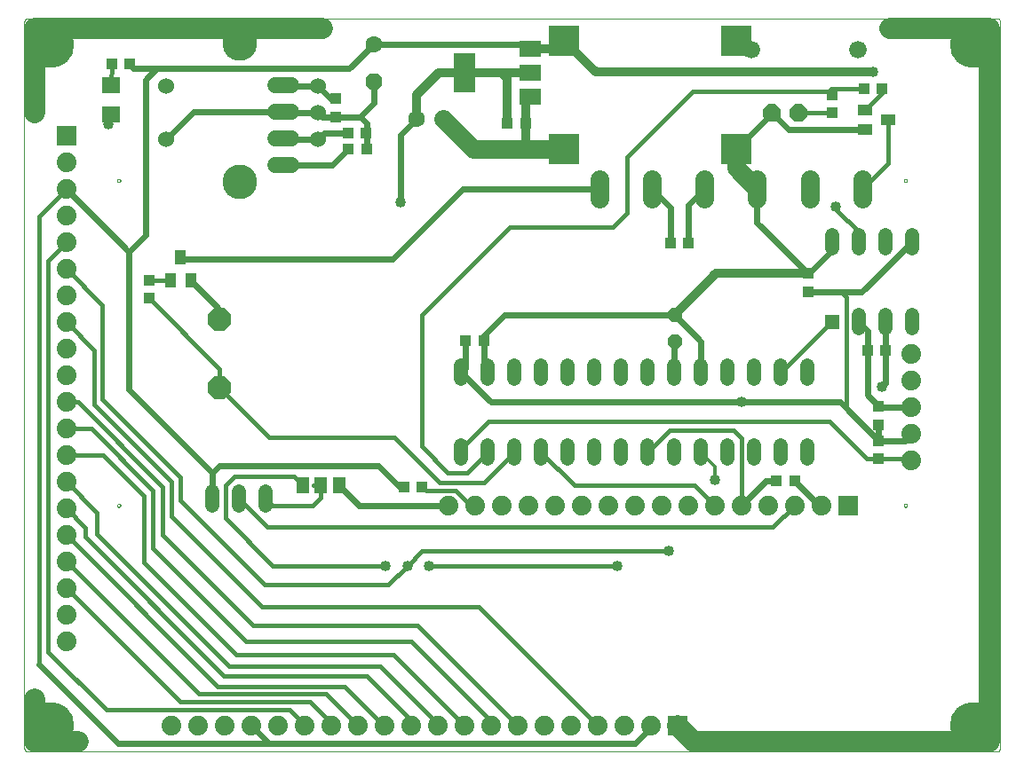
<source format=gtl>
G75*
%MOIN*%
%OFA0B0*%
%FSLAX25Y25*%
%IPPOS*%
%LPD*%
%AMOC8*
5,1,8,0,0,1.08239X$1,22.5*
%
%ADD10C,0.00000*%
%ADD11C,0.05200*%
%ADD12R,0.05118X0.05906*%
%ADD13R,0.05200X0.05200*%
%ADD14C,0.07087*%
%ADD15R,0.04252X0.04134*%
%ADD16R,0.04134X0.04252*%
%ADD17R,0.03937X0.04331*%
%ADD18C,0.07400*%
%ADD19R,0.04331X0.03937*%
%ADD20R,0.07874X0.05906*%
%ADD21R,0.07874X0.14961*%
%ADD22OC8,0.06300*%
%ADD23C,0.06300*%
%ADD24R,0.07098X0.06299*%
%ADD25C,0.06000*%
%ADD26OC8,0.08500*%
%ADD27R,0.05512X0.03937*%
%ADD28OC8,0.05200*%
%ADD29R,0.03937X0.05512*%
%ADD30R,0.11811X0.11811*%
%ADD31C,0.06600*%
%ADD32R,0.07400X0.07400*%
%ADD33C,0.06000*%
%ADD34C,0.13000*%
%ADD35OC8,0.06600*%
%ADD36C,0.02400*%
%ADD37C,0.01600*%
%ADD38C,0.04000*%
%ADD39C,0.03200*%
%ADD40C,0.07000*%
%ADD41C,0.17717*%
%ADD42C,0.07874*%
%ADD43C,0.03937*%
%ADD44C,0.01200*%
D10*
X0001000Y0002181D02*
X0001000Y0275409D01*
X0001002Y0275475D01*
X0001007Y0275541D01*
X0001017Y0275607D01*
X0001030Y0275672D01*
X0001046Y0275736D01*
X0001066Y0275799D01*
X0001090Y0275861D01*
X0001117Y0275921D01*
X0001147Y0275980D01*
X0001181Y0276037D01*
X0001218Y0276092D01*
X0001258Y0276145D01*
X0001300Y0276196D01*
X0001346Y0276244D01*
X0001394Y0276290D01*
X0001445Y0276332D01*
X0001498Y0276372D01*
X0001553Y0276409D01*
X0001610Y0276443D01*
X0001669Y0276473D01*
X0001729Y0276500D01*
X0001791Y0276524D01*
X0001854Y0276544D01*
X0001918Y0276560D01*
X0001983Y0276573D01*
X0002049Y0276583D01*
X0002115Y0276588D01*
X0002181Y0276590D01*
X0002181Y0276591D02*
X0365961Y0276591D01*
X0365961Y0276590D02*
X0366027Y0276588D01*
X0366093Y0276583D01*
X0366159Y0276573D01*
X0366224Y0276560D01*
X0366288Y0276544D01*
X0366351Y0276524D01*
X0366413Y0276500D01*
X0366473Y0276473D01*
X0366532Y0276443D01*
X0366589Y0276409D01*
X0366644Y0276372D01*
X0366697Y0276332D01*
X0366748Y0276290D01*
X0366796Y0276244D01*
X0366842Y0276196D01*
X0366884Y0276145D01*
X0366924Y0276092D01*
X0366961Y0276037D01*
X0366995Y0275980D01*
X0367025Y0275921D01*
X0367052Y0275861D01*
X0367076Y0275799D01*
X0367096Y0275736D01*
X0367112Y0275672D01*
X0367125Y0275607D01*
X0367135Y0275541D01*
X0367140Y0275475D01*
X0367142Y0275409D01*
X0367142Y0002181D01*
X0367140Y0002115D01*
X0367135Y0002049D01*
X0367125Y0001983D01*
X0367112Y0001918D01*
X0367096Y0001854D01*
X0367076Y0001791D01*
X0367052Y0001729D01*
X0367025Y0001669D01*
X0366995Y0001610D01*
X0366961Y0001553D01*
X0366924Y0001498D01*
X0366884Y0001445D01*
X0366842Y0001394D01*
X0366796Y0001346D01*
X0366748Y0001300D01*
X0366697Y0001258D01*
X0366644Y0001218D01*
X0366589Y0001181D01*
X0366532Y0001147D01*
X0366473Y0001117D01*
X0366413Y0001090D01*
X0366351Y0001066D01*
X0366288Y0001046D01*
X0366224Y0001030D01*
X0366159Y0001017D01*
X0366093Y0001007D01*
X0366027Y0001002D01*
X0365961Y0001000D01*
X0002181Y0001000D01*
X0002115Y0001002D01*
X0002049Y0001007D01*
X0001983Y0001017D01*
X0001918Y0001030D01*
X0001854Y0001046D01*
X0001791Y0001066D01*
X0001729Y0001090D01*
X0001669Y0001117D01*
X0001610Y0001147D01*
X0001553Y0001181D01*
X0001498Y0001218D01*
X0001445Y0001258D01*
X0001394Y0001300D01*
X0001346Y0001346D01*
X0001300Y0001394D01*
X0001258Y0001445D01*
X0001218Y0001498D01*
X0001181Y0001553D01*
X0001147Y0001610D01*
X0001117Y0001669D01*
X0001090Y0001729D01*
X0001066Y0001791D01*
X0001046Y0001854D01*
X0001030Y0001918D01*
X0001017Y0001983D01*
X0001007Y0002049D01*
X0001002Y0002115D01*
X0001000Y0002181D01*
X0035842Y0093520D02*
X0035844Y0093568D01*
X0035850Y0093616D01*
X0035860Y0093663D01*
X0035873Y0093709D01*
X0035891Y0093754D01*
X0035911Y0093798D01*
X0035936Y0093840D01*
X0035964Y0093879D01*
X0035994Y0093916D01*
X0036028Y0093950D01*
X0036065Y0093982D01*
X0036103Y0094011D01*
X0036144Y0094036D01*
X0036187Y0094058D01*
X0036232Y0094076D01*
X0036278Y0094090D01*
X0036325Y0094101D01*
X0036373Y0094108D01*
X0036421Y0094111D01*
X0036469Y0094110D01*
X0036517Y0094105D01*
X0036565Y0094096D01*
X0036611Y0094084D01*
X0036656Y0094067D01*
X0036700Y0094047D01*
X0036742Y0094024D01*
X0036782Y0093997D01*
X0036820Y0093967D01*
X0036855Y0093934D01*
X0036887Y0093898D01*
X0036917Y0093860D01*
X0036943Y0093819D01*
X0036965Y0093776D01*
X0036985Y0093732D01*
X0037000Y0093687D01*
X0037012Y0093640D01*
X0037020Y0093592D01*
X0037024Y0093544D01*
X0037024Y0093496D01*
X0037020Y0093448D01*
X0037012Y0093400D01*
X0037000Y0093353D01*
X0036985Y0093308D01*
X0036965Y0093264D01*
X0036943Y0093221D01*
X0036917Y0093180D01*
X0036887Y0093142D01*
X0036855Y0093106D01*
X0036820Y0093073D01*
X0036782Y0093043D01*
X0036742Y0093016D01*
X0036700Y0092993D01*
X0036656Y0092973D01*
X0036611Y0092956D01*
X0036565Y0092944D01*
X0036517Y0092935D01*
X0036469Y0092930D01*
X0036421Y0092929D01*
X0036373Y0092932D01*
X0036325Y0092939D01*
X0036278Y0092950D01*
X0036232Y0092964D01*
X0036187Y0092982D01*
X0036144Y0093004D01*
X0036103Y0093029D01*
X0036065Y0093058D01*
X0036028Y0093090D01*
X0035994Y0093124D01*
X0035964Y0093161D01*
X0035936Y0093200D01*
X0035911Y0093242D01*
X0035891Y0093286D01*
X0035873Y0093331D01*
X0035860Y0093377D01*
X0035850Y0093424D01*
X0035844Y0093472D01*
X0035842Y0093520D01*
X0035842Y0215567D02*
X0035844Y0215615D01*
X0035850Y0215663D01*
X0035860Y0215710D01*
X0035873Y0215756D01*
X0035891Y0215801D01*
X0035911Y0215845D01*
X0035936Y0215887D01*
X0035964Y0215926D01*
X0035994Y0215963D01*
X0036028Y0215997D01*
X0036065Y0216029D01*
X0036103Y0216058D01*
X0036144Y0216083D01*
X0036187Y0216105D01*
X0036232Y0216123D01*
X0036278Y0216137D01*
X0036325Y0216148D01*
X0036373Y0216155D01*
X0036421Y0216158D01*
X0036469Y0216157D01*
X0036517Y0216152D01*
X0036565Y0216143D01*
X0036611Y0216131D01*
X0036656Y0216114D01*
X0036700Y0216094D01*
X0036742Y0216071D01*
X0036782Y0216044D01*
X0036820Y0216014D01*
X0036855Y0215981D01*
X0036887Y0215945D01*
X0036917Y0215907D01*
X0036943Y0215866D01*
X0036965Y0215823D01*
X0036985Y0215779D01*
X0037000Y0215734D01*
X0037012Y0215687D01*
X0037020Y0215639D01*
X0037024Y0215591D01*
X0037024Y0215543D01*
X0037020Y0215495D01*
X0037012Y0215447D01*
X0037000Y0215400D01*
X0036985Y0215355D01*
X0036965Y0215311D01*
X0036943Y0215268D01*
X0036917Y0215227D01*
X0036887Y0215189D01*
X0036855Y0215153D01*
X0036820Y0215120D01*
X0036782Y0215090D01*
X0036742Y0215063D01*
X0036700Y0215040D01*
X0036656Y0215020D01*
X0036611Y0215003D01*
X0036565Y0214991D01*
X0036517Y0214982D01*
X0036469Y0214977D01*
X0036421Y0214976D01*
X0036373Y0214979D01*
X0036325Y0214986D01*
X0036278Y0214997D01*
X0036232Y0215011D01*
X0036187Y0215029D01*
X0036144Y0215051D01*
X0036103Y0215076D01*
X0036065Y0215105D01*
X0036028Y0215137D01*
X0035994Y0215171D01*
X0035964Y0215208D01*
X0035936Y0215247D01*
X0035911Y0215289D01*
X0035891Y0215333D01*
X0035873Y0215378D01*
X0035860Y0215424D01*
X0035850Y0215471D01*
X0035844Y0215519D01*
X0035842Y0215567D01*
X0331118Y0215567D02*
X0331120Y0215615D01*
X0331126Y0215663D01*
X0331136Y0215710D01*
X0331149Y0215756D01*
X0331167Y0215801D01*
X0331187Y0215845D01*
X0331212Y0215887D01*
X0331240Y0215926D01*
X0331270Y0215963D01*
X0331304Y0215997D01*
X0331341Y0216029D01*
X0331379Y0216058D01*
X0331420Y0216083D01*
X0331463Y0216105D01*
X0331508Y0216123D01*
X0331554Y0216137D01*
X0331601Y0216148D01*
X0331649Y0216155D01*
X0331697Y0216158D01*
X0331745Y0216157D01*
X0331793Y0216152D01*
X0331841Y0216143D01*
X0331887Y0216131D01*
X0331932Y0216114D01*
X0331976Y0216094D01*
X0332018Y0216071D01*
X0332058Y0216044D01*
X0332096Y0216014D01*
X0332131Y0215981D01*
X0332163Y0215945D01*
X0332193Y0215907D01*
X0332219Y0215866D01*
X0332241Y0215823D01*
X0332261Y0215779D01*
X0332276Y0215734D01*
X0332288Y0215687D01*
X0332296Y0215639D01*
X0332300Y0215591D01*
X0332300Y0215543D01*
X0332296Y0215495D01*
X0332288Y0215447D01*
X0332276Y0215400D01*
X0332261Y0215355D01*
X0332241Y0215311D01*
X0332219Y0215268D01*
X0332193Y0215227D01*
X0332163Y0215189D01*
X0332131Y0215153D01*
X0332096Y0215120D01*
X0332058Y0215090D01*
X0332018Y0215063D01*
X0331976Y0215040D01*
X0331932Y0215020D01*
X0331887Y0215003D01*
X0331841Y0214991D01*
X0331793Y0214982D01*
X0331745Y0214977D01*
X0331697Y0214976D01*
X0331649Y0214979D01*
X0331601Y0214986D01*
X0331554Y0214997D01*
X0331508Y0215011D01*
X0331463Y0215029D01*
X0331420Y0215051D01*
X0331379Y0215076D01*
X0331341Y0215105D01*
X0331304Y0215137D01*
X0331270Y0215171D01*
X0331240Y0215208D01*
X0331212Y0215247D01*
X0331187Y0215289D01*
X0331167Y0215333D01*
X0331149Y0215378D01*
X0331136Y0215424D01*
X0331126Y0215471D01*
X0331120Y0215519D01*
X0331118Y0215567D01*
X0331118Y0093520D02*
X0331120Y0093568D01*
X0331126Y0093616D01*
X0331136Y0093663D01*
X0331149Y0093709D01*
X0331167Y0093754D01*
X0331187Y0093798D01*
X0331212Y0093840D01*
X0331240Y0093879D01*
X0331270Y0093916D01*
X0331304Y0093950D01*
X0331341Y0093982D01*
X0331379Y0094011D01*
X0331420Y0094036D01*
X0331463Y0094058D01*
X0331508Y0094076D01*
X0331554Y0094090D01*
X0331601Y0094101D01*
X0331649Y0094108D01*
X0331697Y0094111D01*
X0331745Y0094110D01*
X0331793Y0094105D01*
X0331841Y0094096D01*
X0331887Y0094084D01*
X0331932Y0094067D01*
X0331976Y0094047D01*
X0332018Y0094024D01*
X0332058Y0093997D01*
X0332096Y0093967D01*
X0332131Y0093934D01*
X0332163Y0093898D01*
X0332193Y0093860D01*
X0332219Y0093819D01*
X0332241Y0093776D01*
X0332261Y0093732D01*
X0332276Y0093687D01*
X0332288Y0093640D01*
X0332296Y0093592D01*
X0332300Y0093544D01*
X0332300Y0093496D01*
X0332296Y0093448D01*
X0332288Y0093400D01*
X0332276Y0093353D01*
X0332261Y0093308D01*
X0332241Y0093264D01*
X0332219Y0093221D01*
X0332193Y0093180D01*
X0332163Y0093142D01*
X0332131Y0093106D01*
X0332096Y0093073D01*
X0332058Y0093043D01*
X0332018Y0093016D01*
X0331976Y0092993D01*
X0331932Y0092973D01*
X0331887Y0092956D01*
X0331841Y0092944D01*
X0331793Y0092935D01*
X0331745Y0092930D01*
X0331697Y0092929D01*
X0331649Y0092932D01*
X0331601Y0092939D01*
X0331554Y0092950D01*
X0331508Y0092964D01*
X0331463Y0092982D01*
X0331420Y0093004D01*
X0331379Y0093029D01*
X0331341Y0093058D01*
X0331304Y0093090D01*
X0331270Y0093124D01*
X0331240Y0093161D01*
X0331212Y0093200D01*
X0331187Y0093242D01*
X0331167Y0093286D01*
X0331149Y0093331D01*
X0331136Y0093377D01*
X0331126Y0093424D01*
X0331120Y0093472D01*
X0331118Y0093520D01*
D11*
X0294937Y0110959D02*
X0294937Y0116159D01*
X0284937Y0116159D02*
X0284937Y0110959D01*
X0274937Y0110959D02*
X0274937Y0116159D01*
X0264937Y0116159D02*
X0264937Y0110959D01*
X0254937Y0110959D02*
X0254937Y0116159D01*
X0244937Y0116159D02*
X0244937Y0110959D01*
X0234937Y0110959D02*
X0234937Y0116159D01*
X0224937Y0116159D02*
X0224937Y0110959D01*
X0214937Y0110959D02*
X0214937Y0116159D01*
X0204937Y0116159D02*
X0204937Y0110959D01*
X0194937Y0110959D02*
X0194937Y0116159D01*
X0184937Y0116159D02*
X0184937Y0110959D01*
X0174937Y0110959D02*
X0174937Y0116159D01*
X0164937Y0116159D02*
X0164937Y0110959D01*
X0164937Y0140959D02*
X0164937Y0146159D01*
X0174937Y0146159D02*
X0174937Y0140959D01*
X0184937Y0140959D02*
X0184937Y0146159D01*
X0194937Y0146159D02*
X0194937Y0140959D01*
X0204937Y0140959D02*
X0204937Y0146159D01*
X0214937Y0146159D02*
X0214937Y0140959D01*
X0224937Y0140959D02*
X0224937Y0146159D01*
X0234937Y0146159D02*
X0234937Y0140959D01*
X0244937Y0140959D02*
X0244937Y0146159D01*
X0254937Y0146159D02*
X0254937Y0140959D01*
X0264937Y0140959D02*
X0264937Y0146159D01*
X0274937Y0146159D02*
X0274937Y0140959D01*
X0284937Y0140959D02*
X0284937Y0146159D01*
X0294937Y0146159D02*
X0294937Y0140959D01*
X0314110Y0159975D02*
X0314110Y0165175D01*
X0324110Y0165175D02*
X0324110Y0159975D01*
X0334110Y0159975D02*
X0334110Y0165175D01*
X0334110Y0189975D02*
X0334110Y0195175D01*
X0324110Y0195175D02*
X0324110Y0189975D01*
X0314110Y0189975D02*
X0314110Y0195175D01*
X0304110Y0195175D02*
X0304110Y0189975D01*
X0091472Y0098718D02*
X0091472Y0093518D01*
X0081472Y0093518D02*
X0081472Y0098718D01*
X0071472Y0098718D02*
X0071472Y0093518D01*
D12*
X0105646Y0100961D03*
X0112339Y0100961D03*
X0119031Y0100961D03*
D13*
X0304110Y0162575D03*
D14*
X0295685Y0208874D02*
X0295685Y0215961D01*
X0315370Y0215961D02*
X0315370Y0208874D01*
X0276000Y0208874D02*
X0276000Y0215961D01*
X0256315Y0215961D02*
X0256315Y0208874D01*
X0236630Y0208874D02*
X0236630Y0215961D01*
X0216945Y0215961D02*
X0216945Y0208874D01*
D15*
X0295291Y0180626D03*
X0295291Y0173736D03*
X0321669Y0130823D03*
X0321669Y0123933D03*
X0117732Y0239484D03*
X0117732Y0246374D03*
D16*
X0122358Y0233480D03*
X0129248Y0233480D03*
X0129445Y0227575D03*
X0122555Y0227575D03*
X0182201Y0237220D03*
X0189091Y0237220D03*
X0173539Y0155331D03*
X0166650Y0155331D03*
X0283185Y0102772D03*
X0290075Y0102772D03*
X0317437Y0151787D03*
X0324327Y0151787D03*
D17*
X0250213Y0191945D03*
X0243520Y0191945D03*
X0316157Y0250016D03*
X0322850Y0250016D03*
X0150213Y0100606D03*
X0143520Y0100606D03*
X0040567Y0259465D03*
X0033874Y0259465D03*
D18*
X0016748Y0222339D03*
X0016748Y0212339D03*
X0016748Y0202339D03*
X0016748Y0192339D03*
X0016748Y0182339D03*
X0016748Y0172339D03*
X0016748Y0162339D03*
X0016748Y0152339D03*
X0016748Y0142339D03*
X0016748Y0132339D03*
X0016748Y0122339D03*
X0016748Y0112339D03*
X0016748Y0102339D03*
X0016748Y0092339D03*
X0016748Y0082339D03*
X0016748Y0072339D03*
X0016748Y0062339D03*
X0016748Y0052339D03*
X0016748Y0042339D03*
X0056118Y0010843D03*
X0066118Y0010843D03*
X0076118Y0010843D03*
X0086118Y0010843D03*
X0096118Y0010843D03*
X0106118Y0010843D03*
X0116118Y0010843D03*
X0126118Y0010843D03*
X0136118Y0010843D03*
X0146118Y0010843D03*
X0156118Y0010843D03*
X0166118Y0010843D03*
X0176118Y0010843D03*
X0186118Y0010843D03*
X0196118Y0010843D03*
X0206118Y0010843D03*
X0216118Y0010843D03*
X0226118Y0010843D03*
X0236118Y0010843D03*
X0240055Y0093520D03*
X0250055Y0093520D03*
X0260055Y0093520D03*
X0270055Y0093520D03*
X0280055Y0093520D03*
X0290055Y0093520D03*
X0300055Y0093520D03*
X0333874Y0110449D03*
X0333874Y0120449D03*
X0333874Y0130449D03*
X0333874Y0140449D03*
X0333874Y0150449D03*
X0230055Y0093520D03*
X0220055Y0093520D03*
X0210055Y0093520D03*
X0200055Y0093520D03*
X0190055Y0093520D03*
X0180055Y0093520D03*
X0170055Y0093520D03*
X0160055Y0093520D03*
D19*
X0047850Y0171276D03*
X0047850Y0177969D03*
X0304150Y0240961D03*
X0304150Y0247654D03*
X0321669Y0117929D03*
X0321669Y0111236D03*
D20*
X0190961Y0247063D03*
X0190961Y0256118D03*
X0190961Y0265173D03*
D21*
X0166157Y0256118D03*
D22*
X0158165Y0238795D03*
X0132102Y0252858D03*
D23*
X0132102Y0266858D03*
X0148165Y0238795D03*
D24*
X0033677Y0240283D03*
X0033677Y0251480D03*
D25*
X0095047Y0251433D02*
X0101047Y0251433D01*
X0101047Y0241433D02*
X0095047Y0241433D01*
X0095047Y0231433D02*
X0101047Y0231433D01*
X0101047Y0221433D02*
X0095047Y0221433D01*
D26*
X0074228Y0163406D03*
X0074228Y0137806D03*
D27*
X0316551Y0234661D03*
X0316551Y0242142D03*
X0325213Y0238402D03*
D28*
X0245094Y0165055D03*
X0245094Y0155055D03*
D29*
X0063402Y0177969D03*
X0055921Y0177969D03*
X0059661Y0186630D03*
D30*
X0203559Y0227575D03*
X0203559Y0268126D03*
X0268126Y0268126D03*
X0268126Y0227575D03*
D31*
X0273717Y0264780D03*
X0313717Y0264780D03*
D32*
X0310055Y0093520D03*
X0246118Y0010843D03*
X0016748Y0232339D03*
D33*
X0054209Y0231157D03*
X0054209Y0251157D03*
X0111209Y0251157D03*
X0111209Y0241157D03*
X0111209Y0231157D03*
D34*
X0081709Y0215157D03*
X0081709Y0267157D03*
D35*
X0281433Y0241157D03*
X0291433Y0241157D03*
D36*
X0287929Y0234661D02*
X0281433Y0241157D01*
X0281433Y0240882D02*
X0268126Y0227575D01*
X0276000Y0212417D02*
X0276000Y0199917D01*
X0295291Y0180626D01*
X0295291Y0180528D02*
X0304110Y0189346D01*
X0304110Y0192575D01*
X0307496Y0173736D02*
X0295291Y0173736D01*
X0307496Y0173736D02*
X0315272Y0173736D01*
X0334110Y0192575D01*
X0324031Y0162417D02*
X0324031Y0152083D01*
X0324327Y0151787D02*
X0324327Y0139484D01*
X0322850Y0138008D01*
X0317437Y0135055D02*
X0321669Y0130823D01*
X0322043Y0130449D02*
X0333874Y0130449D01*
X0333874Y0120449D02*
X0331354Y0117929D01*
X0321669Y0117929D01*
X0309465Y0130134D01*
X0307299Y0132299D01*
X0270291Y0132299D01*
X0176197Y0132299D01*
X0164937Y0143559D01*
X0166650Y0145272D01*
X0166650Y0155331D01*
X0173539Y0155331D02*
X0173539Y0155429D01*
X0173638Y0155528D01*
X0173638Y0144858D01*
X0174937Y0143559D01*
X0173638Y0155528D02*
X0173638Y0157496D01*
X0181118Y0164976D01*
X0245094Y0164976D01*
X0245094Y0165055D02*
X0254937Y0155213D01*
X0254937Y0143559D01*
X0244937Y0143559D02*
X0244937Y0154898D01*
X0245094Y0155055D01*
X0243520Y0191945D02*
X0243520Y0205528D01*
X0236630Y0212417D01*
X0250213Y0206315D02*
X0256315Y0212417D01*
X0250213Y0206315D02*
X0250213Y0191945D01*
X0216945Y0212417D02*
X0165370Y0212417D01*
X0139189Y0186236D01*
X0060055Y0186236D01*
X0063402Y0177969D02*
X0074228Y0167142D01*
X0074228Y0163406D01*
X0046472Y0195213D02*
X0040173Y0188913D01*
X0016748Y0212339D01*
X0040173Y0188913D02*
X0040173Y0137024D01*
X0071472Y0105724D01*
X0074228Y0108480D01*
X0133874Y0108480D01*
X0141748Y0100606D01*
X0143520Y0100606D01*
X0160055Y0093520D02*
X0126472Y0093520D01*
X0119031Y0100961D01*
X0071472Y0105724D02*
X0071472Y0096118D01*
X0006512Y0033874D02*
X0036236Y0004150D01*
X0092811Y0004150D01*
X0230134Y0004150D01*
X0236118Y0010134D01*
X0236118Y0010843D01*
X0270055Y0093520D02*
X0279307Y0102772D01*
X0283185Y0102772D01*
X0290075Y0102772D02*
X0299327Y0093520D01*
X0300055Y0093520D01*
X0321669Y0117929D02*
X0321669Y0123933D01*
X0317437Y0135055D02*
X0317437Y0151787D01*
X0317437Y0159248D01*
X0314110Y0162575D01*
X0316551Y0234661D02*
X0287929Y0234661D01*
X0189276Y0266858D02*
X0132102Y0266858D01*
X0122937Y0257693D01*
X0051394Y0257693D01*
X0050606Y0257693D02*
X0041945Y0257693D01*
X0040567Y0259465D01*
X0046472Y0253559D02*
X0050606Y0257693D01*
X0046472Y0253559D02*
X0046472Y0195213D01*
X0054209Y0231157D02*
X0064484Y0241433D01*
X0098047Y0241433D01*
X0098323Y0241157D02*
X0111209Y0241157D01*
X0112882Y0239484D01*
X0117732Y0239484D01*
X0126787Y0239484D01*
X0132102Y0244799D01*
X0132102Y0252858D01*
X0117732Y0246374D02*
X0115992Y0246374D01*
X0111209Y0251157D01*
X0098323Y0251157D01*
X0098047Y0251433D01*
X0113531Y0233480D02*
X0111209Y0231157D01*
X0098323Y0231157D01*
X0098047Y0231433D01*
X0098047Y0221433D02*
X0116413Y0221433D01*
X0122555Y0227575D01*
X0129445Y0227575D02*
X0129445Y0233283D01*
X0129346Y0233579D02*
X0129346Y0237220D01*
X0127083Y0239484D01*
X0122358Y0233480D02*
X0113531Y0233480D01*
X0142142Y0232772D02*
X0142142Y0207496D01*
X0142142Y0232772D02*
X0148165Y0238795D01*
X0086118Y0010843D02*
X0092811Y0004150D01*
D37*
X0100409Y0016748D02*
X0106118Y0011039D01*
X0106118Y0010843D01*
X0100409Y0016748D02*
X0031709Y0016748D01*
X0009858Y0038598D01*
X0009858Y0185449D01*
X0016748Y0192339D01*
X0006512Y0202102D02*
X0006512Y0033874D01*
X0016748Y0062339D02*
X0059386Y0019701D01*
X0108087Y0019701D01*
X0116118Y0011669D01*
X0116118Y0010843D01*
X0126118Y0010843D02*
X0114307Y0022654D01*
X0066433Y0022654D01*
X0016748Y0072339D01*
X0016748Y0082339D02*
X0073677Y0025409D01*
X0121276Y0025409D01*
X0135843Y0010843D01*
X0136118Y0010843D01*
X0146118Y0010843D02*
X0146118Y0012772D01*
X0129346Y0029543D01*
X0076000Y0029543D01*
X0023835Y0081709D01*
X0023835Y0085252D01*
X0016748Y0092339D01*
X0016748Y0102339D02*
X0028165Y0090921D01*
X0028165Y0082890D01*
X0077969Y0033087D01*
X0134465Y0033087D01*
X0156118Y0011433D01*
X0156118Y0010843D01*
X0166118Y0010843D02*
X0139543Y0037417D01*
X0080528Y0037417D01*
X0045882Y0072063D01*
X0045882Y0097063D01*
X0030606Y0112339D01*
X0016748Y0112339D01*
X0016748Y0122339D02*
X0026118Y0122339D01*
X0049228Y0099228D01*
X0049228Y0077575D01*
X0084268Y0042535D01*
X0146079Y0042535D01*
X0176118Y0012496D01*
X0176118Y0010843D01*
X0186118Y0010843D02*
X0148520Y0048441D01*
X0086827Y0048441D01*
X0052772Y0082496D01*
X0052772Y0100606D01*
X0021039Y0132339D01*
X0016748Y0132339D01*
X0027181Y0131512D02*
X0027181Y0151906D01*
X0016748Y0162339D01*
X0030331Y0168756D02*
X0030331Y0133283D01*
X0059465Y0104150D01*
X0059465Y0095488D01*
X0091157Y0063795D01*
X0137614Y0063795D01*
X0144701Y0070882D01*
X0150213Y0076394D01*
X0242929Y0076394D01*
X0223638Y0070882D02*
X0152969Y0070882D01*
X0136433Y0070882D02*
X0094307Y0070882D01*
X0076394Y0088795D01*
X0076394Y0101197D01*
X0079740Y0104543D01*
X0102063Y0104543D01*
X0105646Y0100961D01*
X0109465Y0101000D02*
X0112417Y0101000D01*
X0112339Y0100961D01*
X0111984Y0100961D01*
X0112417Y0101000D02*
X0112339Y0096591D01*
X0109268Y0093520D01*
X0094071Y0093520D01*
X0091472Y0096118D01*
X0081472Y0096118D02*
X0092142Y0085449D01*
X0281984Y0085449D01*
X0290055Y0093520D01*
X0270055Y0093520D02*
X0270055Y0118756D01*
X0267142Y0121669D01*
X0243047Y0121669D01*
X0234937Y0113559D01*
X0252575Y0101000D02*
X0207496Y0101000D01*
X0194937Y0113559D01*
X0184937Y0113559D02*
X0173559Y0102181D01*
X0156906Y0102181D01*
X0139976Y0119110D01*
X0092924Y0119110D01*
X0074228Y0137806D01*
X0074228Y0144898D01*
X0047850Y0171276D01*
X0047850Y0177969D02*
X0055921Y0177969D01*
X0060055Y0186236D02*
X0059661Y0186630D01*
X0030331Y0168756D02*
X0016748Y0182339D01*
X0006512Y0202102D02*
X0016748Y0212339D01*
X0032496Y0236630D02*
X0032496Y0239189D01*
X0033677Y0240283D01*
X0033677Y0251480D02*
X0033874Y0259465D01*
X0050606Y0257693D02*
X0051394Y0257693D01*
X0098047Y0241433D02*
X0098323Y0241157D01*
X0126787Y0239484D02*
X0127083Y0239484D01*
X0129346Y0233579D02*
X0129248Y0233480D01*
X0129445Y0233283D01*
X0165488Y0256118D02*
X0166157Y0256118D01*
X0189091Y0245193D02*
X0190961Y0247063D01*
X0190961Y0265173D02*
X0189276Y0266858D01*
X0200606Y0265173D02*
X0203559Y0268126D01*
X0203362Y0268323D01*
X0227181Y0224425D02*
X0251984Y0249228D01*
X0302575Y0249228D01*
X0302772Y0249031D01*
X0303756Y0250016D01*
X0316157Y0250016D01*
X0322850Y0250016D02*
X0322850Y0248441D01*
X0316551Y0242142D01*
X0316551Y0234661D02*
X0298244Y0234661D01*
X0292929Y0241157D02*
X0303953Y0241157D01*
X0304150Y0240961D01*
X0304150Y0247654D02*
X0302772Y0249031D01*
X0281433Y0241157D02*
X0281433Y0240882D01*
X0315370Y0212417D02*
X0325213Y0222260D01*
X0325213Y0238402D01*
X0305528Y0205921D02*
X0305528Y0204937D01*
X0314110Y0196354D01*
X0314110Y0192575D01*
X0307496Y0173736D02*
X0309465Y0171768D01*
X0309465Y0130134D01*
X0303165Y0125016D02*
X0175213Y0125016D01*
X0164937Y0114740D01*
X0164937Y0113559D01*
X0167299Y0105921D02*
X0159858Y0105921D01*
X0150016Y0115764D01*
X0150016Y0164976D01*
X0183283Y0198244D01*
X0221866Y0198244D01*
X0227181Y0203559D01*
X0227181Y0224425D01*
X0303953Y0162575D02*
X0284937Y0143559D01*
X0303165Y0125016D02*
X0317142Y0111039D01*
X0321472Y0111039D01*
X0321669Y0111236D01*
X0333087Y0111236D01*
X0333874Y0110449D01*
X0322043Y0130449D02*
X0321669Y0130823D01*
X0324327Y0151787D02*
X0324031Y0152083D01*
X0304110Y0162575D02*
X0303953Y0162575D01*
X0252575Y0101000D02*
X0260055Y0093520D01*
X0174937Y0113559D02*
X0167299Y0105921D01*
X0163008Y0099031D02*
X0168520Y0093520D01*
X0170055Y0093520D01*
X0163008Y0099031D02*
X0151787Y0099031D01*
X0150213Y0100606D01*
X0171433Y0055528D02*
X0090173Y0055528D01*
X0056118Y0089583D01*
X0056118Y0102575D01*
X0027181Y0131512D01*
X0171433Y0055528D02*
X0216118Y0010843D01*
D38*
X0223638Y0070882D03*
X0242929Y0076394D03*
X0260252Y0102969D03*
X0270291Y0132299D03*
X0322850Y0138008D03*
X0305528Y0205921D03*
X0319504Y0256315D03*
X0142142Y0207496D03*
X0032496Y0236630D03*
X0136433Y0070882D03*
X0144701Y0070882D03*
X0152969Y0070882D03*
D39*
X0245094Y0165055D02*
X0260665Y0180626D01*
X0295291Y0180626D01*
X0319504Y0256315D02*
X0215370Y0256315D01*
X0203559Y0268126D01*
X0200606Y0265173D02*
X0190961Y0265173D01*
X0190961Y0256118D02*
X0180134Y0256118D01*
X0182201Y0254051D01*
X0182201Y0237220D01*
X0189091Y0237220D02*
X0189091Y0228067D01*
X0189583Y0227575D01*
X0189091Y0237220D02*
X0189091Y0245193D01*
X0180134Y0256118D02*
X0166157Y0256118D01*
X0156512Y0256118D01*
X0148165Y0247772D01*
X0148165Y0238795D01*
X0268126Y0268126D02*
X0271472Y0264780D01*
X0273717Y0264780D01*
D40*
X0268126Y0227575D02*
X0268126Y0220291D01*
X0276000Y0212417D01*
X0203559Y0227575D02*
X0189583Y0227575D01*
X0169386Y0227575D01*
X0158165Y0238795D01*
D41*
X0010843Y0266748D03*
X0010843Y0010843D03*
X0357299Y0010843D03*
X0357299Y0266748D03*
D42*
X0363205Y0272654D02*
X0363205Y0004937D01*
X0252024Y0004937D01*
X0246118Y0010843D01*
X0021276Y0004937D02*
X0004937Y0004937D01*
X0004937Y0020685D01*
X0004937Y0241157D02*
X0004937Y0272654D01*
X0113008Y0272654D01*
X0325803Y0272654D02*
X0363205Y0272654D01*
D43*
X0357299Y0266748D01*
X0357299Y0010843D02*
X0363205Y0004937D01*
X0010843Y0010843D02*
X0004937Y0004937D01*
X0010843Y0266748D02*
X0004937Y0272654D01*
D44*
X0254937Y0113559D02*
X0260252Y0108244D01*
X0260252Y0102969D01*
M02*

</source>
